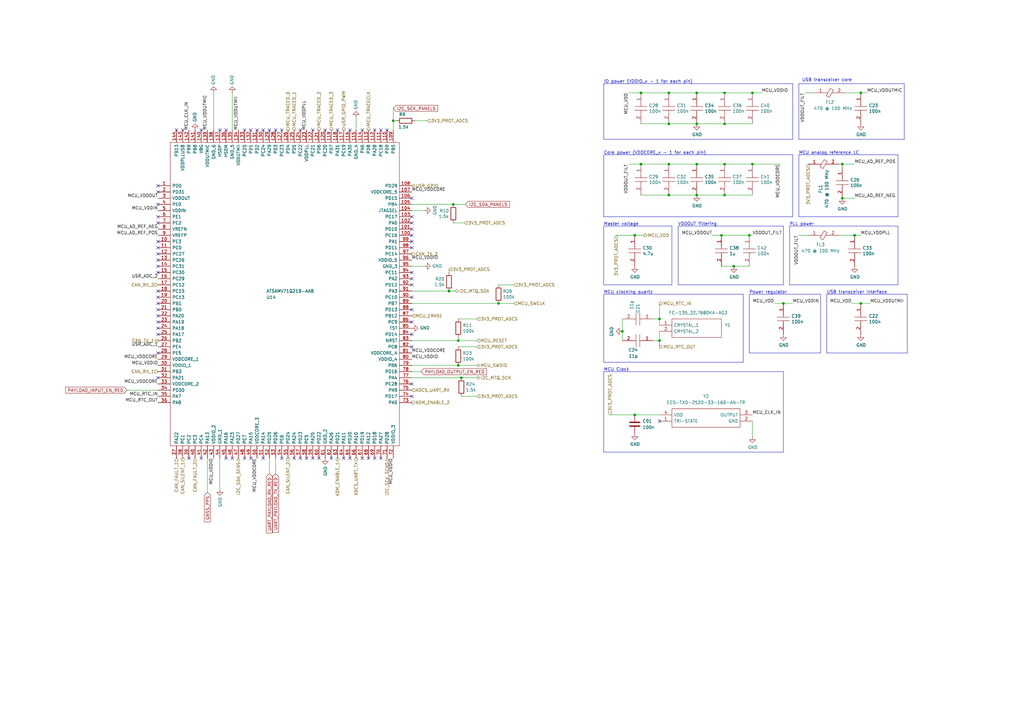
<source format=kicad_sch>
(kicad_sch (version 20230121) (generator eeschema)
  (paper "A3")
  (junction (at 285.75 80.01))
  (junction (at 297.18 67.31))
  (junction (at 353.06 38.1))
  (junction (at 297.18 80.01))
  (junction (at 187.96 149.86))
  (junction (at 270.51 130.81))
  (junction (at 297.18 38.1))
  (junction (at 300.99 109.22))
  (junction (at 295.91 96.52))
  (junction (at 285.75 38.1))
  (junction (at 308.61 38.1))
  (junction (at 345.44 67.31))
  (junction (at 187.96 139.7))
  (junction (at 260.35 170.18))
  (junction (at 274.32 67.31))
  (junction (at 184.15 119.38))
  (junction (at 262.89 67.31))
  (junction (at 350.52 96.52))
  (junction (at 353.06 124.46))
  (junction (at 307.34 96.52))
  (junction (at 345.44 81.28))
  (junction (at 274.32 50.8))
  (junction (at 260.35 96.52))
  (junction (at 255.27 135.89))
  (junction (at 270.51 139.7))
  (junction (at 161.29 49.53))
  (junction (at 262.89 38.1))
  (junction (at 274.32 80.01))
  (junction (at 285.75 50.8))
  (junction (at 189.23 154.94))
  (junction (at 321.31 124.46))
  (junction (at 308.61 67.31))
  (junction (at 185.928 83.82))
  (junction (at 204.47 124.46))
  (junction (at 274.32 38.1))
  (junction (at 297.18 50.8))
  (junction (at 285.75 67.31))
  (no_connect (at 168.91 91.44))
  (no_connect (at 64.77 101.6))
  (no_connect (at 64.77 127))
  (no_connect (at 64.77 132.08))
  (no_connect (at 64.77 76.2))
  (no_connect (at 64.77 124.46))
  (no_connect (at 64.77 119.38))
  (no_connect (at 115.57 53.34))
  (no_connect (at 64.77 109.22))
  (no_connect (at 128.27 53.34))
  (no_connect (at 107.95 53.34))
  (no_connect (at 113.03 53.34))
  (no_connect (at 64.77 154.94))
  (no_connect (at 270.51 172.72))
  (no_connect (at 120.65 187.96))
  (no_connect (at 125.73 187.96))
  (no_connect (at 64.77 106.68))
  (no_connect (at 64.77 137.16))
  (no_connect (at 64.77 88.9))
  (no_connect (at 64.77 91.44))
  (no_connect (at 64.77 78.74))
  (no_connect (at 64.77 83.82))
  (no_connect (at 64.77 134.62))
  (no_connect (at 158.75 53.34))
  (no_connect (at 156.21 53.34))
  (no_connect (at 153.67 53.34))
  (no_connect (at 148.59 53.34))
  (no_connect (at 123.19 53.34))
  (no_connect (at 143.51 53.34))
  (no_connect (at 138.43 53.34))
  (no_connect (at 133.35 53.34))
  (no_connect (at 64.77 111.76))
  (no_connect (at 92.71 53.34))
  (no_connect (at 110.49 53.34))
  (no_connect (at 105.41 53.34))
  (no_connect (at 100.33 53.34))
  (no_connect (at 90.17 53.34))
  (no_connect (at 82.55 53.34))
  (no_connect (at 74.93 53.34))
  (no_connect (at 72.39 53.34))
  (no_connect (at 64.77 144.78))
  (no_connect (at 168.91 96.52))
  (no_connect (at 143.51 187.96))
  (no_connect (at 151.13 187.96))
  (no_connect (at 128.27 187.96))
  (no_connect (at 64.77 129.54))
  (no_connect (at 168.91 162.56))
  (no_connect (at 168.91 157.48))
  (no_connect (at 92.71 187.96))
  (no_connect (at 168.91 137.16))
  (no_connect (at 168.91 116.84))
  (no_connect (at 168.91 114.3))
  (no_connect (at 168.91 111.76))
  (no_connect (at 168.91 93.98))
  (no_connect (at 102.87 53.34))
  (no_connect (at 168.91 99.06))
  (no_connect (at 168.91 132.08))
  (no_connect (at 168.91 127))
  (no_connect (at 168.91 121.92))
  (no_connect (at 168.91 88.9))
  (no_connect (at 168.91 81.28))
  (no_connect (at 77.47 187.96))
  (no_connect (at 153.67 187.96))
  (no_connect (at 168.91 101.6))
  (no_connect (at 82.55 187.96))
  (no_connect (at 123.19 187.96))
  (no_connect (at 140.97 187.96))
  (no_connect (at 148.59 187.96))
  (no_connect (at 156.21 187.96))
  (no_connect (at 168.91 142.24))
  (no_connect (at 95.25 187.96))
  (no_connect (at 100.33 187.96))
  (no_connect (at 102.87 187.96))
  (no_connect (at 107.95 187.96))
  (no_connect (at 115.57 187.96))
  (no_connect (at 135.89 187.96))
  (no_connect (at 64.77 99.06))
  (no_connect (at 64.77 121.92))
  (no_connect (at 130.81 187.96))
  (no_connect (at 64.77 104.14))
  (wire (pts (xy 295.91 109.22) (xy 300.99 109.22)))
  (wire (pts (xy 350.52 96.52) (xy 353.06 96.52)))
  (wire (pts (xy 308.61 172.72) (xy 308.61 179.07)))
  (wire (pts (xy 87.63 38.1) (xy 87.63 53.34)))
  (polyline (pts (xy 372.11 120.65) (xy 372.11 144.78)))
  (wire (pts (xy 110.49 194.31) (xy 110.49 187.96)))
  (wire (pts (xy 185.928 83.82) (xy 168.91 83.82)))
  (polyline (pts (xy 247.65 57.15) (xy 325.12 57.15)))
  (wire (pts (xy 187.96 138.43) (xy 187.96 139.7)))
  (polyline (pts (xy 327.66 88.9) (xy 368.3 88.9)))
  (wire (pts (xy 285.75 80.01) (xy 274.32 80.01)))
  (wire (pts (xy 345.44 67.31) (xy 345.44 68.58)))
  (wire (pts (xy 353.06 38.1) (xy 355.6 38.1)))
  (wire (pts (xy 162.56 49.53) (xy 161.29 49.53)))
  (wire (pts (xy 252.73 96.52) (xy 260.35 96.52)))
  (polyline (pts (xy 247.65 185.42) (xy 321.31 185.42)))
  (polyline (pts (xy 307.34 144.78) (xy 336.55 144.78)))
  (wire (pts (xy 170.18 49.53) (xy 175.26 49.53)))
  (wire (pts (xy 187.96 130.81) (xy 195.58 130.81)))
  (polyline (pts (xy 323.85 92.71) (xy 368.3 92.71)))
  (polyline (pts (xy 339.09 120.65) (xy 372.11 120.65)))
  (polyline (pts (xy 327.66 63.5) (xy 368.3 63.5)))
  (polyline (pts (xy 307.34 120.65) (xy 336.55 120.65)))
  (wire (pts (xy 345.44 81.28) (xy 350.52 81.28)))
  (polyline (pts (xy 327.66 34.29) (xy 327.66 57.15)))
  (wire (pts (xy 262.89 38.1) (xy 274.32 38.1)))
  (wire (pts (xy 168.91 109.22) (xy 173.99 109.22)))
  (wire (pts (xy 161.29 49.53) (xy 161.29 53.34)))
  (wire (pts (xy 260.35 96.52) (xy 264.16 96.52)))
  (wire (pts (xy 260.35 170.18) (xy 270.51 170.18)))
  (wire (pts (xy 195.58 139.7) (xy 187.96 139.7)))
  (wire (pts (xy 295.91 96.52) (xy 307.34 96.52)))
  (wire (pts (xy 346.71 38.1) (xy 353.06 38.1)))
  (polyline (pts (xy 323.85 92.71) (xy 323.85 116.84)))
  (wire (pts (xy 168.91 149.86) (xy 187.96 149.86)))
  (polyline (pts (xy 370.84 57.15) (xy 327.66 57.15)))
  (polyline (pts (xy 325.12 34.29) (xy 325.12 57.15)))
  (polyline (pts (xy 278.13 92.71) (xy 278.13 116.84)))
  (polyline (pts (xy 321.31 116.84) (xy 278.13 116.84)))
  (wire (pts (xy 292.1 96.52) (xy 295.91 96.52)))
  (polyline (pts (xy 321.31 92.71) (xy 321.31 116.84)))
  (polyline (pts (xy 247.65 34.29) (xy 247.65 57.15)))
  (wire (pts (xy 90.17 187.96) (xy 90.17 200.66)))
  (wire (pts (xy 297.18 50.8) (xy 308.61 50.8)))
  (wire (pts (xy 255.27 130.81) (xy 255.27 135.89)))
  (polyline (pts (xy 368.3 92.71) (xy 368.3 116.84)))
  (wire (pts (xy 274.32 50.8) (xy 262.89 50.8)))
  (wire (pts (xy 308.61 38.1) (xy 312.42 38.1)))
  (wire (pts (xy 300.99 109.22) (xy 307.34 109.22)))
  (wire (pts (xy 85.09 201.93) (xy 85.09 187.96)))
  (wire (pts (xy 270.51 139.7) (xy 267.97 139.7)))
  (wire (pts (xy 353.06 124.46) (xy 356.87 124.46)))
  (wire (pts (xy 274.32 38.1) (xy 285.75 38.1)))
  (polyline (pts (xy 327.66 63.5) (xy 327.66 88.9)))
  (polyline (pts (xy 275.59 92.71) (xy 275.59 116.84)))
  (polyline (pts (xy 327.66 34.29) (xy 370.84 34.29)))
  (wire (pts (xy 189.23 154.94) (xy 195.58 154.94)))
  (wire (pts (xy 168.91 119.38) (xy 184.15 119.38)))
  (polyline (pts (xy 247.65 152.4) (xy 247.65 185.42)))
  (wire (pts (xy 187.96 149.86) (xy 195.58 149.86)))
  (wire (pts (xy 113.03 194.31) (xy 113.03 187.96)))
  (wire (pts (xy 297.18 38.1) (xy 308.61 38.1)))
  (wire (pts (xy 285.75 50.8) (xy 274.32 50.8)))
  (wire (pts (xy 267.97 130.81) (xy 270.51 130.81)))
  (polyline (pts (xy 336.55 120.65) (xy 336.55 144.78)))
  (wire (pts (xy 168.91 86.36) (xy 173.99 86.36)))
  (wire (pts (xy 52.07 160.02) (xy 64.77 160.02)))
  (wire (pts (xy 285.75 50.8) (xy 297.18 50.8)))
  (polyline (pts (xy 339.09 120.65) (xy 339.09 144.78)))
  (wire (pts (xy 270.51 124.46) (xy 270.51 130.81)))
  (wire (pts (xy 344.17 96.52) (xy 350.52 96.52)))
  (wire (pts (xy 334.01 38.1) (xy 330.2 38.1)))
  (polyline (pts (xy 304.8 148.59) (xy 304.8 120.65)))
  (wire (pts (xy 270.51 139.7) (xy 270.51 142.24)))
  (polyline (pts (xy 247.65 120.65) (xy 304.8 120.65)))
  (wire (pts (xy 210.82 116.84) (xy 204.47 116.84)))
  (wire (pts (xy 307.34 96.52) (xy 308.61 96.52)))
  (polyline (pts (xy 247.65 34.29) (xy 325.12 34.29)))
  (wire (pts (xy 327.66 96.52) (xy 331.47 96.52)))
  (wire (pts (xy 270.51 130.81) (xy 270.51 133.35)))
  (wire (pts (xy 168.91 154.94) (xy 189.23 154.94)))
  (wire (pts (xy 184.15 119.38) (xy 186.69 119.38)))
  (wire (pts (xy 190.881 83.82) (xy 185.928 83.82)))
  (wire (pts (xy 255.27 135.89) (xy 255.27 139.7)))
  (polyline (pts (xy 339.09 144.78) (xy 372.11 144.78)))
  (wire (pts (xy 195.58 142.24) (xy 187.96 142.24)))
  (wire (pts (xy 95.25 53.34) (xy 95.25 38.1)))
  (wire (pts (xy 344.17 67.31) (xy 345.44 67.31)))
  (polyline (pts (xy 247.65 88.9) (xy 325.12 88.9)))
  (wire (pts (xy 270.51 135.89) (xy 270.51 139.7)))
  (wire (pts (xy 285.75 67.31) (xy 297.18 67.31)))
  (wire (pts (xy 204.47 124.46) (xy 210.82 124.46)))
  (wire (pts (xy 285.75 38.1) (xy 297.18 38.1)))
  (polyline (pts (xy 247.65 148.59) (xy 304.8 148.59)))
  (wire (pts (xy 317.5 124.46) (xy 321.31 124.46)))
  (wire (pts (xy 321.31 124.46) (xy 325.12 124.46)))
  (wire (pts (xy 262.89 38.1) (xy 257.81 38.1)))
  (wire (pts (xy 146.05 48.26) (xy 146.05 53.34)))
  (polyline (pts (xy 247.65 63.5) (xy 247.65 88.9)))
  (wire (pts (xy 195.58 162.56) (xy 189.23 162.56)))
  (polyline (pts (xy 275.59 92.71) (xy 247.65 92.71)))
  (polyline (pts (xy 325.12 63.5) (xy 325.12 88.9)))
  (polyline (pts (xy 247.65 63.5) (xy 325.12 63.5)))
  (wire (pts (xy 285.75 80.01) (xy 297.18 80.01)))
  (polyline (pts (xy 247.65 148.59) (xy 247.65 120.65)))
  (wire (pts (xy 257.81 67.31) (xy 262.89 67.31)))
  (wire (pts (xy 172.72 152.4) (xy 168.91 152.4)))
  (wire (pts (xy 274.32 80.01) (xy 262.89 80.01)))
  (wire (pts (xy 168.91 139.7) (xy 187.96 139.7)))
  (polyline (pts (xy 247.65 152.4) (xy 321.31 152.4)))
  (polyline (pts (xy 368.3 63.5) (xy 368.3 88.9)))
  (wire (pts (xy 308.61 67.31) (xy 320.04 67.31)))
  (polyline (pts (xy 278.13 92.71) (xy 321.31 92.71)))
  (polyline (pts (xy 307.34 120.65) (xy 307.34 144.78)))
  (wire (pts (xy 262.89 67.31) (xy 274.32 67.31)))
  (polyline (pts (xy 321.31 152.4) (xy 321.31 185.42)))
  (polyline (pts (xy 247.65 92.71) (xy 247.65 116.84)))
  (polyline (pts (xy 247.65 116.84) (xy 275.59 116.84)))
  (wire (pts (xy 297.18 80.01) (xy 308.61 80.01)))
  (polyline (pts (xy 323.85 116.84) (xy 368.3 116.84)))
  (wire (pts (xy 350.52 67.31) (xy 345.44 67.31)))
  (polyline (pts (xy 370.84 34.29) (xy 370.84 57.15)))
  (wire (pts (xy 168.91 124.46) (xy 204.47 124.46)))
  (wire (pts (xy 184.15 110.49) (xy 184.15 111.76)))
  (wire (pts (xy 349.25 124.46) (xy 353.06 124.46)))
  (wire (pts (xy 250.19 170.18) (xy 260.35 170.18)))
  (wire (pts (xy 161.29 44.45) (xy 161.29 49.53)))
  (wire (pts (xy 274.32 67.31) (xy 285.75 67.31)))
  (wire (pts (xy 190.5 91.44) (xy 185.928 91.44)))
  (wire (pts (xy 297.18 67.31) (xy 308.61 67.31)))
  (text "Master voltage" (at 247.65 92.71 0) (effects (font (size 1.27 1.27)) (justify left bottom)))
  (text "USB transceiver interface" (at 339.09 120.65 0) (effects (font (size 1.27 1.27)) (justify left bottom)))
  (text "MCU Clock" (at 247.65 152.4 0) (effects (font (size 1.27 1.27)) (justify left bottom)))
  (text "MCU analog reference LC" (at 327.66 63.5 0) (effects (font (size 1.27 1.27)) (justify left bottom)))
  (text "MCU clocking quartz" (at 247.65 120.65 0) (effects (font (size 1.27 1.27)) (justify left bottom)))
  (text "Power regulator" (at 307.34 120.65 0) (effects (font (size 1.27 1.27)) (justify left bottom)))
  (text "Core power (VDDCORE_x - 1 for each pin)" (at 247.65 63.5 0) (effects (font (size 1.27 1.27)) (justify left bottom)))
  (text "PLL power" (at 323.85 92.71 0) (effects (font (size 1.27 1.27)) (justify left bottom)))
  (text "VDDOUT filtering" (at 278.13 92.71 0) (effects (font (size 1.27 1.27)) (justify left bottom)))
  (text "IO power (VDDIO_x - 1 for each pin)" (at 247.65 34.29 0) (effects (font (size 1.27 1.27)) (justify left bottom)))
  (text "USB transceiver core" (at 328.93 33.655 0) (effects (font (size 1.27 1.27)) (justify left bottom)))
  (label "VDDOUT_FILT" (at 327.66 96.52 270))
  (label "MCU_VDD" (at 317.5 124.46 180))
  (label "VDDOUT_FILT" (at 308.61 96.52 0))
  (label "MCU_VDDCORE" (at 105.41 187.96 270))
  (label "MCU_VDDCORE" (at 168.91 78.74 0))
  (label "MCU_VDDIO" (at 168.91 106.68 0))
  (label "MCU_VDDOUT" (at 64.77 81.28 180))
  (label "MCU_AD_REF_NEG" (at 350.52 81.28 0))
  (label "MCU_VDDIO" (at 312.42 38.1 0))
  (label "MCU_VDDOUT" (at 292.1 96.52 180))
  (label "MCU_VDDPLL" (at 125.73 53.34 90))
  (label "MCU_CLK_IN" (at 308.61 170.18 0))
  (label "MCU_VDDCORE" (at 320.04 67.31 270))
  (label "MCU_VDDIO" (at 64.77 149.86 180))
  (label "MCU_VDDUTMII" (at 356.87 124.46 0))
  (label "MCU_VDDIO" (at 168.91 147.32 0))
  (label "MCU_RTC_IN" (at 64.77 162.56 180))
  (label "MCU_AD_REF_POS" (at 64.77 96.52 180))
  (label "MCU_VDDUTMIC" (at 85.09 53.34 90))
  (label "MCU_VDDUTMIC" (at 355.6 38.1 0))
  (label "MCU_CLK_IN" (at 77.47 53.34 90))
  (label "MCU_VDDCORE" (at 168.91 144.78 0))
  (label "MCU_VDDUTMII" (at 97.79 53.34 90))
  (label "USR_ADC_2" (at 64.77 114.3 180))
  (label "MCU_VDDIO" (at 161.29 187.96 270))
  (label "VDDOUT_FILT" (at 257.81 67.31 270))
  (label "USR_ADC_1" (at 64.77 142.24 180))
  (label "MCU_VDDIN" (at 64.77 86.36 180))
  (label "MCU_VDD" (at 257.81 38.1 270))
  (label "MCU_VDDCORE" (at 64.77 157.48 180))
  (label "MCU_VDDIO" (at 87.63 187.96 270))
  (label "MCU_VDDIN" (at 325.12 124.46 0))
  (label "MCU_VDDPLL" (at 353.06 96.52 0))
  (label "VDDOUT_FILT" (at 330.2 38.1 270))
  (label "MCU_RTC_OUT" (at 64.77 165.1 180))
  (label "MCU_VDD" (at 349.25 124.46 180))
  (label "MCU_AD_REF_POS" (at 350.52 67.31 0))
  (label "MCU_AD_REF_NEG" (at 64.77 93.98 180))
  (label "MCU_VDDCORE" (at 64.77 147.32 180))
  (global_label "GNSS_PPS" (shape input) (at 85.09 201.93 270) (property "Intersheetrefs" "${INTERSHEET_REFS}" (effects hide)))
  (global_label "I2C_SCK_PANELS" (shape input) (at 161.29 44.45 0) (property "Intersheetrefs" "${INTERSHEET_REFS}" (effects hide)))
  (global_label "PAYLOAD_OUTPUT_EN_RED" (shape input) (at 172.72 152.4 0) (property "Intersheetrefs" "${INTERSHEET_REFS}" (effects hide)))
  (global_label "UART_PAYLOAD_RX_RED" (shape input) (at 110.49 194.31 270) (property "Intersheetrefs" "${INTERSHEET_REFS}" (effects hide)))
  (global_label "I2C_SDA_PANELS" (shape input) (at 190.881 83.82 0) (property "Intersheetrefs" "${INTERSHEET_REFS}" (effects hide)))
  (global_label "UART_PAYLOAD_TX_RED" (shape input) (at 113.03 194.31 270) (property "Intersheetrefs" "${INTERSHEET_REFS}" (effects hide)))
  (global_label "PAYLOAD_INPUT_EN_RED" (shape input) (at 52.07 160.02 180) (property "Intersheetrefs" "${INTERSHEET_REFS}" (effects hide)))
  (hierarchical_label "MCU_TRACED_0" (shape output) (at 118.11 53.34 90))
  (hierarchical_label "CAN_FAULT_2" (shape input) (at 80.01 187.96 270))
  (hierarchical_label "3V3_PROT_ADCS" (shape input) (at 252.73 96.52 270))
  (hierarchical_label "MCU_RTC_OUT" (shape output) (at 270.51 142.24 0))
  (hierarchical_label "MCU_TRACECLK" (shape output) (at 151.13 53.34 90))
  (hierarchical_label "I2C_MTQ_SDA" (shape bidirectional) (at 186.69 119.38 0))
  (hierarchical_label "USR_GPIO_PWM" (shape output) (at 140.97 53.34 90))
  (hierarchical_label "ADCS_UART_RX" (shape input) (at 168.91 160.02 0))
  (hierarchical_label "CAN_RX_2" (shape input) (at 64.77 116.84 180))
  (hierarchical_label "3V3_PROT_ADCS" (shape input) (at 331.47 67.31 270))
  (hierarchical_label "3V3_PROT_ADCS" (shape input) (at 195.58 162.56 0))
  (hierarchical_label "CAN_FAULT_1" (shape input) (at 72.39 187.96 270))
  (hierarchical_label "ADM_ENABLE_1" (shape output) (at 138.43 187.96 270))
  (hierarchical_label "3V3_PROT_ADCS" (shape input) (at 175.26 49.53 0))
  (hierarchical_label "ADCS_UART_TX" (shape output) (at 146.05 187.96 270))
  (hierarchical_label "3V3_PROT_ADCS" (shape input) (at 190.5 91.44 0))
  (hierarchical_label "MCU_TRACED_3" (shape output) (at 135.89 53.34 90))
  (hierarchical_label "MCU_ERASE" (shape input) (at 168.91 129.54 0))
  (hierarchical_label "CAN_SILENT_2" (shape output) (at 118.11 187.96 270))
  (hierarchical_label "MCU_RTC_IN" (shape output) (at 270.51 124.46 0))
  (hierarchical_label "ADM_ENABLE_2" (shape output) (at 168.91 165.1 0))
  (hierarchical_label "CAN_SILENT_1" (shape output) (at 74.93 187.96 270))
  (hierarchical_label "MCU_SWCLK" (shape input) (at 210.82 124.46 0))
  (hierarchical_label "3V3_PROT_ADCS" (shape input) (at 195.58 130.81 0))
  (hierarchical_label "MCU_VDD" (shape output) (at 264.16 96.52 0))
  (hierarchical_label "CAN_RX_1" (shape input) (at 64.77 152.4 180))
  (hierarchical_label "3V3_PROT_ADCS" (shape input) (at 184.15 110.49 0))
  (hierarchical_label "3V3_PROT_ADCS" (shape input) (at 210.82 116.84 0))
  (hierarchical_label "I2C_SCK_SENS" (shape bidirectional) (at 158.75 187.96 270))
  (hierarchical_label "3V3_PROT_ADCS" (shape input) (at 250.19 170.18 90))
  (hierarchical_label "I2C_MTQ_SCK" (shape bidirectional) (at 195.58 154.94 0))
  (hierarchical_label "MCU_TRACED_2" (shape output) (at 130.81 53.34 90))
  (hierarchical_label "CAN_TX_2" (shape output) (at 168.91 104.14 0))
  (hierarchical_label "MCU_SWDIO" (shape bidirectional) (at 195.58 149.86 0))
  (hierarchical_label "MCU_TRACED_1" (shape output) (at 120.65 53.34 90))
  (hierarchical_label "CAN_TX_1" (shape output) (at 64.77 139.7 180))
  (hierarchical_label "MCU_RESET" (shape input) (at 195.58 139.7 0))
  (hierarchical_label "3V3_PROT_ADCS" (shape input) (at 195.58 142.24 0))
  (hierarchical_label "USR_GPIO" (shape bidirectional) (at 168.91 76.2 0))
  (hierarchical_label "I2C_SDA_SENS" (shape bidirectional) (at 97.79 187.96 270))
  (symbol (lib_id "OBC_PASSIVE:GCM155R71H104KE02J") (at 297.18 38.1 270) (unit 1)
    (property "Reference" "C36" (at 300.4312 43.2816 90) (effects (justify left)))
    (property "Value" "100n" (at 300.4312 45.593 90) (effects (justify left)))
    (property "Footprint" "Capacitor_SMD:C_0402_1005Metric" (effects hide))
    (property "Datasheet" "https://psearch.en.murata.com/capacitor/product/GCM155R71H104KE02%23.html" (effects hide))
    (property "Description" "Capacitor GCM15 L=1.0mm W=0.5mm T=0.5mm" (effects hide))
    (property "Height" "0.55" (effects hide))
    (property "Mouser Part Number" "81-GCM155R71H104KE2J" (effects hide))
    (property "Mouser Price/Stock" "https://www.mouser.co.uk/ProductDetail/Murata-Electronics/GCM155R71H104KE02J?qs=hNud%2FORuBR1wlwGPFWBVDg%3D%3D" (effects hide))
    (property "Manufacturer_Name" "Murata Electronics" (effects hide))
    (property "Manufacturer_Part_Number" "GCM155R71H104KE02J" (effects hide))
  )
  (symbol (lib_id "Device:R") (at 184.15 115.57 0) (mirror y) (unit 1)
    (property "Reference" "R20" (at 182.372 114.4016 0) (effects (justify left)))
    (property "Value" "1.5k" (at 182.372 116.713 0) (effects (justify left)))
    (property "Footprint" "Resistor_SMD:R_0402_1005Metric" (effects hide))
  )
  (symbol (lib_id "MISC:BLM18PG471SH1D") (at 334.01 38.1 0) (unit 1)
    (property "Reference" "FL2" (at 340.36 41.91 0))
    (property "Value" "470 @ 100 MHz" (at 341.63 44.45 0))
    (property "Footprint" "MISC:BLM18PG471SH1D" (effects hide))
    (property "Datasheet" "https://www.murata.com/en-us/products/productdetail?partno=BLM18PG471SH1%23" (effects hide))
    (property "Description" "Murata Power Solutions Ferrite Bead (Chip Bead), 1.6 x 0.8 x 0.8mm (1608), 470 impedance at 100 MHz" (effects hide))
    (property "Height" "0.95" (effects hide))
    (property "Manufacturer_Name" "Murata Electronics" (effects hide))
    (property "Manufacturer_Part_Number" "BLM18PG471SH1D" (effects hide))
    (property "Arrow Part Number" "BLM18PG471SH1D" (effects hide))
    (property "Arrow Price/Stock" "https://www.arrow.com/en/products/blm18pg471sh1d/murata-manufacturing" (effects hide))
    (property "Mouser Part Number" "81-BLM18PG471SH1D" (effects hide))
    (property "Mouser Price/Stock" "https://www.mouser.co.uk/ProductDetail/Murata-Electronics/BLM18PG471SH1D?qs=uSeJpk%2F8In16ipYp%2FGDzCQ%3D%3D" (effects hide))
  )
  (symbol (lib_id "OBC_PASSIVE:GCM155R71H104KE02J") (at 308.61 38.1 270) (unit 1)
    (property "Reference" "C40" (at 311.8612 43.2816 90) (effects (justify left)))
    (property "Value" "100n" (at 311.8612 45.593 90) (effects (justify left)))
    (property "Footprint" "Capacitor_SMD:C_0402_1005Metric" (effects hide))
    (property "Datasheet" "https://psearch.en.murata.com/capacitor/product/GCM155R71H104KE02%23.html" (effects hide))
    (property "Description" "Capacitor GCM15 L=1.0mm W=0.5mm T=0.5mm" (effects hide))
    (property "Height" "0.55" (effects hide))
    (property "Mouser Part Number" "81-GCM155R71H104KE2J" (effects hide))
    (property "Mouser Price/Stock" "https://www.mouser.co.uk/ProductDetail/Murata-Electronics/GCM155R71H104KE02J?qs=hNud%2FORuBR1wlwGPFWBVDg%3D%3D" (effects hide))
    (property "Manufacturer_Name" "Murata Electronics" (effects hide))
    (property "Manufacturer_Part_Number" "GCM155R71H104KE02J" (effects hide))
  )
  (symbol (lib_id "power:GND") (at 285.75 80.01 0) (unit 1)
    (property "Reference" "#PWR0158" (effects hide))
    (property "Value" "GND" (at 285.877 84.4042 0))
  )
  (symbol (lib_id "MISC:BLM18PG471SH1D") (at 331.47 96.52 0) (unit 1)
    (property "Reference" "FL3" (at 336.55 100.33 0))
    (property "Value" "470 @ 100 MHz" (at 336.55 102.87 0))
    (property "Footprint" "MISC:BLM18PG471SH1D" (effects hide))
    (property "Datasheet" "https://www.murata.com/en-us/products/productdetail?partno=BLM18PG471SH1%23" (effects hide))
    (property "Description" "Murata Power Solutions Ferrite Bead (Chip Bead), 1.6 x 0.8 x 0.8mm (1608), 470 impedance at 100 MHz" (effects hide))
    (property "Height" "0.95" (effects hide))
    (property "Manufacturer_Name" "Murata Electronics" (effects hide))
    (property "Manufacturer_Part_Number" "BLM18PG471SH1D" (effects hide))
    (property "Arrow Part Number" "BLM18PG471SH1D" (effects hide))
    (property "Arrow Price/Stock" "https://www.arrow.com/en/products/blm18pg471sh1d/murata-manufacturing" (effects hide))
    (property "Mouser Part Number" "81-BLM18PG471SH1D" (effects hide))
    (property "Mouser Price/Stock" "https://www.mouser.co.uk/ProductDetail/Murata-Electronics/BLM18PG471SH1D?qs=uSeJpk%2F8In16ipYp%2FGDzCQ%3D%3D" (effects hide))
  )
  (symbol (lib_id "OBC_PASSIVE:GCM155R71H104KE02J") (at 285.75 67.31 270) (unit 1)
    (property "Reference" "C35" (at 289.0012 72.4916 90) (effects (justify left)))
    (property "Value" "100n" (at 289.0012 74.803 90) (effects (justify left)))
    (property "Footprint" "Capacitor_SMD:C_0402_1005Metric" (effects hide))
    (property "Datasheet" "https://psearch.en.murata.com/capacitor/product/GCM155R71H104KE02%23.html" (effects hide))
    (property "Description" "Capacitor GCM15 L=1.0mm W=0.5mm T=0.5mm" (effects hide))
    (property "Height" "0.55" (effects hide))
    (property "Mouser Part Number" "81-GCM155R71H104KE2J" (effects hide))
    (property "Mouser Price/Stock" "https://www.mouser.co.uk/ProductDetail/Murata-Electronics/GCM155R71H104KE02J?qs=hNud%2FORuBR1wlwGPFWBVDg%3D%3D" (effects hide))
    (property "Manufacturer_Name" "Murata Electronics" (effects hide))
    (property "Manufacturer_Part_Number" "GCM155R71H104KE02J" (effects hide))
  )
  (symbol (lib_id "OBC_PASSIVE:GCM155R71H104KE02J") (at 321.31 124.46 270) (unit 1)
    (property "Reference" "C39" (at 324.5612 129.6416 90) (effects (justify left)))
    (property "Value" "100n" (at 324.5612 131.953 90) (effects (justify left)))
    (property "Footprint" "Capacitor_SMD:C_0402_1005Metric" (effects hide))
    (property "Datasheet" "https://psearch.en.murata.com/capacitor/product/GCM155R71H104KE02%23.html" (effects hide))
    (property "Description" "Capacitor GCM15 L=1.0mm W=0.5mm T=0.5mm" (effects hide))
    (property "Height" "0.55" (effects hide))
    (property "Mouser Part Number" "81-GCM155R71H104KE2J" (effects hide))
    (property "Mouser Price/Stock" "https://www.mouser.co.uk/ProductDetail/Murata-Electronics/GCM155R71H104KE02J?qs=hNud%2FORuBR1wlwGPFWBVDg%3D%3D" (effects hide))
    (property "Manufacturer_Name" "Murata Electronics" (effects hide))
    (property "Manufacturer_Part_Number" "GCM155R71H104KE02J" (effects hide))
  )
  (symbol (lib_id "power:GND") (at 87.63 38.1 180) (unit 1)
    (property "Reference" "#PWR0159" (effects hide))
    (property "Value" "GND" (at 87.503 34.8488 90) (effects (justify right)))
  )
  (symbol (lib_id "power:GND") (at 353.06 50.8 0) (unit 1)
    (property "Reference" "#PWR0157" (effects hide))
    (property "Value" "GND" (at 353.187 55.1942 0))
  )
  (symbol (lib_id "power:GND") (at 260.35 177.8 0) (unit 1)
    (property "Reference" "#PWR0259" (effects hide))
    (property "Value" "GND" (at 260.477 182.1942 0))
  )
  (symbol (lib_id "power:GND") (at 350.52 109.22 0) (unit 1)
    (property "Reference" "#PWR0150" (effects hide))
    (property "Value" "GND" (at 350.647 113.6142 0))
  )
  (symbol (lib_id "power:GND") (at 353.06 137.16 0) (unit 1)
    (property "Reference" "#PWR0151" (effects hide))
    (property "Value" "GND" (at 353.187 141.5542 0))
  )
  (symbol (lib_id "Device:R") (at 189.23 158.75 0) (unit 1)
    (property "Reference" "R24" (at 191.008 157.5816 0) (effects (justify left)))
    (property "Value" "1.5k" (at 191.008 159.893 0) (effects (justify left)))
    (property "Footprint" "Resistor_SMD:R_0402_1005Metric" (effects hide))
  )
  (symbol (lib_id "OBC_PASSIVE:GCM155R71H104KE02J") (at 350.52 96.52 270) (unit 1)
    (property "Reference" "C33" (at 353.7712 101.7016 90) (effects (justify left)))
    (property "Value" "100n" (at 353.7712 104.013 90) (effects (justify left)))
    (property "Footprint" "Capacitor_SMD:C_0402_1005Metric" (effects hide))
    (property "Datasheet" "https://psearch.en.murata.com/capacitor/product/GCM155R71H104KE02%23.html" (effects hide))
    (property "Description" "Capacitor GCM15 L=1.0mm W=0.5mm T=0.5mm" (effects hide))
    (property "Height" "0.55" (effects hide))
    (property "Mouser Part Number" "81-GCM155R71H104KE2J" (effects hide))
    (property "Mouser Price/Stock" "https://www.mouser.co.uk/ProductDetail/Murata-Electronics/GCM155R71H104KE02J?qs=hNud%2FORuBR1wlwGPFWBVDg%3D%3D" (effects hide))
    (property "Manufacturer_Name" "Murata Electronics" (effects hide))
    (property "Manufacturer_Part_Number" "GCM155R71H104KE02J" (effects hide))
  )
  (symbol (lib_id "power:GND") (at 308.61 179.07 0) (unit 1)
    (property "Reference" "#PWR0153" (effects hide))
    (property "Value" "GND" (at 308.737 183.4642 0))
  )
  (symbol (lib_id "OBC_PASSIVE:GCM155R71H104KE02J") (at 353.06 124.46 270) (unit 1)
    (property "Reference" "C22" (at 356.3112 129.6416 90) (effects (justify left)))
    (property "Value" "100n" (at 356.3112 131.953 90) (effects (justify left)))
    (property "Footprint" "Capacitor_SMD:C_0402_1005Metric" (effects hide))
    (property "Datasheet" "https://psearch.en.murata.com/capacitor/product/GCM155R71H104KE02%23.html" (effects hide))
    (property "Description" "Capacitor GCM15 L=1.0mm W=0.5mm T=0.5mm" (effects hide))
    (property "Height" "0.55" (effects hide))
    (property "Mouser Part Number" "81-GCM155R71H104KE2J" (effects hide))
    (property "Mouser Price/Stock" "https://www.mouser.co.uk/ProductDetail/Murata-Electronics/GCM155R71H104KE02J?qs=hNud%2FORuBR1wlwGPFWBVDg%3D%3D" (effects hide))
    (property "Manufacturer_Name" "Murata Electronics" (effects hide))
    (property "Manufacturer_Part_Number" "GCM155R71H104KE02J" (effects hide))
  )
  (symbol (lib_id "Device:R") (at 185.928 87.63 0) (mirror y) (unit 1)
    (property "Reference" "R10" (at 184.15 86.4616 0) (effects (justify left)))
    (property "Value" "1.5k" (at 184.15 88.773 0) (effects (justify left)))
    (property "Footprint" "Resistor_SMD:R_0402_1005Metric" (effects hide))
  )
  (symbol (lib_id "OBC_PASSIVE:GCM155R71H104KE02J") (at 262.89 67.31 270) (unit 1)
    (property "Reference" "C29" (at 266.1412 72.4916 90) (effects (justify left)))
    (property "Value" "100n" (at 266.1412 74.803 90) (effects (justify left)))
    (property "Footprint" "Capacitor_SMD:C_0402_1005Metric" (effects hide))
    (property "Datasheet" "https://psearch.en.murata.com/capacitor/product/GCM155R71H104KE02%23.html" (effects hide))
    (property "Description" "Capacitor GCM15 L=1.0mm W=0.5mm T=0.5mm" (effects hide))
    (property "Height" "0.55" (effects hide))
    (property "Mouser Part Number" "81-GCM155R71H104KE2J" (effects hide))
    (property "Mouser Price/Stock" "https://www.mouser.co.uk/ProductDetail/Murata-Electronics/GCM155R71H104KE02J?qs=hNud%2FORuBR1wlwGPFWBVDg%3D%3D" (effects hide))
    (property "Manufacturer_Name" "Murata Electronics" (effects hide))
    (property "Manufacturer_Part_Number" "GCM155R71H104KE02J" (effects hide))
  )
  (symbol (lib_id "ADCS_IC:ATSAMV71Q21B-AAB") (at 64.77 76.2 0) (unit 1)
    (property "Reference" "U14" (at 109.22 121.92 0) (effects (justify left)))
    (property "Value" "ATSAMV71Q21B-AAB" (at 109.22 119.38 0) (effects (justify left)))
    (property "Footprint" "OBC_IC:ATSAMV71Q21B-AAB" (effects hide))
    (property "Datasheet" "http://ww1.microchip.com/downloads/en/DeviceDoc/Atmel-44003-32-bit-Cortex-M7-Microcontroller-SAM-V71Q-SAM-V71N-SAM-V71J_Datasheet.pdf" (effects hide))
    (property "Description" "ARM Microcontrollers - MCU 2MB FLASH 384KB SRAM LQFP144" (effects hide))
    (property "Height" "1.6" (effects hide))
    (property "Mouser Part Number" "579-ATSAMV71Q21B-AAB" (effects hide))
    (property "Mouser Price/Stock" "https://www.mouser.co.uk/ProductDetail/Microchip-Technology-Atmel/ATSAMV71Q21B-AAB?qs=j%252B1pi9TdxUaaYXmCSj2x3Q%3D%3D" (effects hide))
    (property "Manufacturer_Name" "Microchip" (effects hide))
    (property "Manufacturer_Part_Number" "ATSAMV71Q21B-AAB" (effects hide))
  )
  (symbol (lib_id "OBC_IC:FC-135_32.7680KA-AG3") (at 270.51 133.35 0) (unit 1)
    (property "Reference" "Y1" (at 297.18 133.3499 0) (effects (justify left)))
    (property "Value" "FC-135_32.7680KA-AG3" (at 274.32 128.27 0) (effects (justify left)))
    (property "Footprint" "OBC_IC:FC135327680KAAG3" (effects hide))
    (property "Datasheet" "http://www.mouser.com/ds/2/137/C-135R_en-1109071.pdf" (effects hide))
    (property "Description" "Crystals 32.768KHz 20ppm 7.0pF -40C +85C" (effects hide))
    (property "Height" "0.9" (effects hide))
    (property "Manufacturer_Name" "Epson Timing" (effects hide))
    (property "Manufacturer_Part_Number" "FC-135 32.7680KA-AG3" (effects hide))
    (property "Mouser Part Number" "732-FC135-32.76KAAG3" (effects hide))
    (property "Mouser Price/Stock" "https://www.mouser.co.uk/ProductDetail/Epson-Timing/FC-135-327680KA-AG3?qs=l3LL3yk8ONbdhVAPUR8zug%3D%3D" (effects hide))
    (property "Arrow Part Number" "FC-135 32.7680KA-AG3" (effects hide))
    (property "Arrow Price/Stock" "https://www.arrow.com/en/products/fc-13532.7680ka-ag3/epson-electronics-america?region=nac" (effects hide))
  )
  (symbol (lib_id "OBC_PASSIVE:GRT155R61A475ME13D") (at 260.35 96.52 270) (unit 1)
    (property "Reference" "C30" (at 263.6012 101.7016 90) (effects (justify left)))
    (property "Value" "4.7u" (at 263.6012 104.013 90) (effects (justify left)))
    (property "Footprint" "Capacitor_SMD:C_0603_1608Metric" (effects hide))
    (property "Datasheet" "https://psearch.en.murata.com/capacitor/product/GRT155R61A475ME13%23.html" (effects hide))
    (property "Description" "Capacitor GRT15 L=1.0mm W=0.5mm T=0.5mm" (effects hide))
    (property "Height" "0.55" (effects hide))
    (property "Mouser Part Number" "81-GRT155R61A475ME13" (effects hide))
    (property "Mouser Price/Stock" "https://www.mouser.co.uk/ProductDetail/Murata-Electronics/GRT155R61A475ME13D?qs=rrS6PyfT74cfd%252BwO%2F%2FmDhw%3D%3D" (effects hide))
    (property "Manufacturer_Name" "Murata Electronics" (effects hide))
    (property "Manufacturer_Part_Number" "GRT155R61A475ME13D" (effects hide))
  )
  (symbol (lib_id "OBC_PASSIVE:GCM155R71H104KE02J") (at 274.32 67.31 270) (unit 1)
    (property "Reference" "C32" (at 277.5712 72.4916 90) (effects (justify left)))
    (property "Value" "100n" (at 277.5712 74.803 90) (effects (justify left)))
    (property "Footprint" "Capacitor_SMD:C_0402_1005Metric" (effects hide))
    (property "Datasheet" "https://psearch.en.murata.com/capacitor/product/GCM155R71H104KE02%23.html" (effects hide))
    (property "Description" "Capacitor GCM15 L=1.0mm W=0.5mm T=0.5mm" (effects hide))
    (property "Height" "0.55" (effects hide))
    (property "Mouser Part Number" "81-GCM155R71H104KE2J" (effects hide))
    (property "Mouser Price/Stock" "https://www.mouser.co.uk/ProductDetail/Murata-Electronics/GCM155R71H104KE02J?qs=hNud%2FORuBR1wlwGPFWBVDg%3D%3D" (effects hide))
    (property "Manufacturer_Name" "Murata Electronics" (effects hide))
    (property "Manufacturer_Part_Number" "GCM155R71H104KE02J" (effects hide))
  )
  (symbol (lib_id "power:GND") (at 260.35 109.22 0) (unit 1)
    (property "Reference" "#PWR0149" (effects hide))
    (property "Value" "GND" (at 260.477 113.6142 0))
  )
  (symbol (lib_id "OBC_PASSIVE:GCM155R71H104KE02J") (at 308.61 67.31 270) (unit 1)
    (property "Reference" "C41" (at 311.8612 72.4916 90) (effects (justify left)))
    (property "Value" "100n" (at 311.8612 74.803 90) (effects (justify left)))
    (property "Footprint" "Capacitor_SMD:C_0402_1005Metric" (effects hide))
    (property "Datasheet" "https://psearch.en.murata.com/capacitor/product/GCM155R71H104KE02%23.html" (effects hide))
    (property "Description" "Capacitor GCM15 L=1.0mm W=0.5mm T=0.5mm" (effects hide))
    (property "Height" "0.55" (effects hide))
    (property "Mouser Part Number" "81-GCM155R71H104KE2J" (effects hide))
    (property "Mouser Price/Stock" "https://www.mouser.co.uk/ProductDetail/Murata-Electronics/GCM155R71H104KE02J?qs=hNud%2FORuBR1wlwGPFWBVDg%3D%3D" (effects hide))
    (property "Manufacturer_Name" "Murata Electronics" (effects hide))
    (property "Manufacturer_Part_Number" "GCM155R71H104KE02J" (effects hide))
  )
  (symbol (lib_id "OBC_PASSIVE:GRT155R61E105KE01D") (at 295.91 96.52 270) (unit 1)
    (property "Reference" "C38" (at 299.1612 101.7016 90) (effects (justify left)))
    (property "Value" "1u" (at 299.1612 104.013 90) (effects (justify left)))
    (property "Footprint" "Capacitor_SMD:C_0603_1608Metric" (effects hide))
    (property "Datasheet" "https://componentsearchengine.com/Datasheets/1/GRT155R61E105KE01D.pdf" (effects hide))
    (property "Description" "Capacitor GRT15 L=1.0mm W=0.5mm T=0.5mm" (effects hide))
    (property "Height" "0.55" (effects hide))
    (property "Mouser Part Number" "81-GRT155R61E105KE1D" (effects hide))
    (property "Mouser Price/Stock" "https://www.mouser.com/Search/Refine.aspx?Keyword=81-GRT155R61E105KE1D" (effects hide))
    (property "Manufacturer_Name" "Murata Electronics" (effects hide))
    (property "Manufacturer_Part_Number" "GRT155R61E105KE01D" (effects hide))
  )
  (symbol (lib_id "power:GND") (at 173.99 86.36 90) (unit 1)
    (property "Reference" "#PWR0164" (effects hide))
    (property "Value" "GND" (at 178.3842 86.233 0))
  )
  (symbol (lib_id "Device:R") (at 187.96 134.62 0) (unit 1)
    (property "Reference" "R11" (at 189.738 133.4516 0) (effects (justify left)))
    (property "Value" "100k" (at 189.738 135.763 0) (effects (justify left)))
    (property "Footprint" "Resistor_SMD:R_0402_1005Metric" (effects hide))
  )
  (symbol (lib_id "power:GND") (at 80.01 53.34 180) (unit 1)
    (property "Reference" "#PWR0160" (effects hide))
    (property "Value" "GND" (at 79.883 50.0888 90) (effects (justify right)))
  )
  (symbol (lib_id "power:GND") (at 345.44 81.28 0) (unit 1)
    (property "Reference" "#PWR0156" (effects hide))
    (property "Value" "GND" (at 345.567 85.6742 0))
  )
  (symbol (lib_id "power:GND") (at 300.99 109.22 0) (unit 1)
    (property "Reference" "#PWR0154" (effects hide))
    (property "Value" "GND" (at 301.117 113.6142 0))
  )
  (symbol (lib_id "OBC_PASSIVE:GCM155R71H104KE02J") (at 262.89 38.1 270) (unit 1)
    (property "Reference" "C28" (at 266.1412 43.2816 90) (effects (justify left)))
    (property "Value" "100n" (at 266.1412 45.593 90) (effects (justify left)))
    (property "Footprint" "Capacitor_SMD:C_0402_1005Metric" (effects hide))
    (property "Datasheet" "https://psearch.en.murata.com/capacitor/product/GCM155R71H104KE02%23.html" (effects hide))
    (property "Description" "Capacitor GCM15 L=1.0mm W=0.5mm T=0.5mm" (effects hide))
    (property "Height" "0.55" (effects hide))
    (property "Mouser Part Number" "81-GCM155R71H104KE2J" (effects hide))
    (property "Mouser Price/Stock" "https://www.mouser.co.uk/ProductDetail/Murata-Electronics/GCM155R71H104KE02J?qs=hNud%2FORuBR1wlwGPFWBVDg%3D%3D" (effects hide))
    (property "Manufacturer_Name" "Murata Electronics" (effects hide))
    (property "Manufacturer_Part_Number" "GCM155R71H104KE02J" (effects hide))
  )
  (symbol (lib_id "OBC_PASSIVE:GCM155R71H104KE02J") (at 345.44 68.58 270) (unit 1)
    (property "Reference" "C26" (at 348.6912 73.7616 90) (effects (justify left)))
    (property "Value" "100n" (at 348.6912 76.073 90) (effects (justify left)))
    (property "Footprint" "Capacitor_SMD:C_0402_1005Metric" (effects hide))
    (property "Datasheet" "https://psearch.en.murata.com/capacitor/product/GCM155R71H104KE02%23.html" (effects hide))
    (property "Description" "Capacitor GCM15 L=1.0mm W=0.5mm T=0.5mm" (effects hide))
    (property "Height" "0.55" (effects hide))
    (property "Mouser Part Number" "81-GCM155R71H104KE2J" (effects hide))
    (property "Mouser Price/Stock" "https://www.mouser.co.uk/ProductDetail/Murata-Electronics/GCM155R71H104KE02J?qs=hNud%2FORuBR1wlwGPFWBVDg%3D%3D" (effects hide))
    (property "Manufacturer_Name" "Murata Electronics" (effects hide))
    (property "Manufacturer_Part_Number" "GCM155R71H104KE02J" (effects hide))
  )
  (symbol (lib_id "OBC_PASSIVE:GCM155R71H104KE02J") (at 297.18 67.31 270) (unit 1)
    (property "Reference" "C37" (at 300.4312 72.4916 90) (effects (justify left)))
    (property "Value" "100n" (at 300.4312 74.803 90) (effects (justify left)))
    (property "Footprint" "Capacitor_SMD:C_0402_1005Metric" (effects hide))
    (property "Datasheet" "https://psearch.en.murata.com/capacitor/product/GCM155R71H104KE02%23.html" (effects hide))
    (property "Description" "Capacitor GCM15 L=1.0mm W=0.5mm T=0.5mm" (effects hide))
    (property "Height" "0.55" (effects hide))
    (property "Mouser Part Number" "81-GCM155R71H104KE2J" (effects hide))
    (property "Mouser Price/Stock" "https://www.mouser.co.uk/ProductDetail/Murata-Electronics/GCM155R71H104KE02J?qs=hNud%2FORuBR1wlwGPFWBVDg%3D%3D" (effects hide))
    (property "Manufacturer_Name" "Murata Electronics" (effects hide))
    (property "Manufacturer_Part_Number" "GCM155R71H104KE02J" (effects hide))
  )
  (symbol (lib_id "OBC_IC:ECS-TXO-2520-33-160-AN-TR") (at 270.51 170.18 0) (unit 1)
    (property "Reference" "Y2" (at 289.56 162.56 0))
    (property "Value" "ECS-TXO-2520-33-160-AN-TR" (at 289.56 165.1 0))
    (property "Footprint" "OBC_IC:ECSTXO252033160ANTR" (effects hide))
    (property "Datasheet" "https://ecsxtal.com/store/pdf/ECS-TXO-2520.pdf" (effects hide))
    (property "Description" "Oscillator TCXO 16MHz +/-2ppm (Tol) +/-2.5ppm (Stability) 15pF HCMOS 55% 3.3V 4-Pin Mini-CSMD T/R" (effects hide))
    (property "Height" "1" (effects hide))
    (property "Manufacturer_Name" "ECS" (effects hide))
    (property "Manufacturer_Part_Number" "ECS-TXO-2520-33-160-AN-TR" (effects hide))
    (property "Mouser Part Number" "520-T2520-33-160-ANT" (effects hide))
    (property "Mouser Price/Stock" "https://www.mouser.co.uk/ProductDetail/ECS/ECS-TXO-2520-33-160-AN-TR?qs=KAq9QXcE8HAE1gcf2ozR9w%3D%3D" (effects hide))
    (property "Arrow Part Number" "ECS-TXO-2520-33-160-AN-TR" (effects hide))
    (property "Arrow Price/Stock" "https://www.arrow.com/en/products/ecs-txo-2520-33-160-an-tr/ecs-international" (effects hide))
  )
  (symbol (lib_id "OBC_PASSIVE:GCM155R71H104KE02J") (at 285.75 38.1 270) (unit 1)
    (property "Reference" "C34" (at 289.0012 43.2816 90) (effects (justify left)))
    (property "Value" "100n" (at 289.0012 45.593 90) (effects (justify left)))
    (property "Footprint" "Capacitor_SMD:C_0402_1005Metric" (effects hide))
    (property "Datasheet" "https://psearch.en.murata.com/capacitor/product/GCM155R71H104KE02%23.html" (effects hide))
    (property "Description" "Capacitor GCM15 L=1.0mm W=0.5mm T=0.5mm" (effects hide))
    (property "Height" "0.55" (effects hide))
    (property "Mouser Part Number" "81-GCM155R71H104KE2J" (effects hide))
    (property "Mouser Price/Stock" "https://www.mouser.co.uk/ProductDetail/Murata-Electronics/GCM155R71H104KE02J?qs=hNud%2FORuBR1wlwGPFWBVDg%3D%3D" (effects hide))
    (property "Manufacturer_Name" "Murata Electronics" (effects hide))
    (property "Manufacturer_Part_Number" "GCM155R71H104KE02J" (effects hide))
  )
  (symbol (lib_id "power:GND") (at 146.05 48.26 180) (unit 1)
    (property "Reference" "#PWR0162" (effects hide))
    (property "Value" "GND" (at 145.923 45.0088 90) (effects (justify right)))
  )
  (symbol (lib_id "Device:C") (at 260.35 173.99 180) (unit 1)
    (property "Reference" "C91" (at 263.525 172.7199 0) (effects (justify right)))
    (property "Value" "100n" (at 263.525 175.2599 0) (effects (justify right)))
    (property "Footprint" "Capacitor_SMD:C_0402_1005Metric" (effects hide))
  )
  (symbol (lib_id "power:GND") (at 173.99 109.22 90) (unit 1)
    (property "Reference" "#PWR0165" (effects hide))
    (property "Value" "GND" (at 177.2412 109.093 90) (effects (justify right)))
  )
  (symbol (lib_id "OBC_PASSIVE:GCQ1555C1H110JB01D") (at 267.97 130.81 180) (unit 1)
    (property "Reference" "C21" (at 261.62 124.46 90) (effects (justify left)))
    (property "Value" "11p" (at 259.08 123.19 90) (effects (justify left)))
    (property "Footprint" "Capacitor_SMD:C_0603_1608Metric" (effects hide))
    (property "Datasheet" "https://psearch.en.murata.com/capacitor/product/GCQ1555C1H110JB01%23.html" (effects hide))
    (property "Description" "Capacitor GCQ15_0.05 L=1.0mm W=0.5mm T=0.5mm" (effects hide))
    (property "Height" "0.55" (effects hide))
    (property "Manufacturer_Name" "Murata Electronics" (effects hide))
    (property "Manufacturer_Part_Number" "GCQ1555C1H110JB01D" (effects hide))
  )
  (symbol (lib_id "Device:R") (at 187.96 146.05 0) (unit 1)
    (property "Reference" "R23" (at 189.738 144.8816 0) (effects (justify left)))
    (property "Value" "100k" (at 189.738 147.193 0) (effects (justify left)))
    (property "Footprint" "Resistor_SMD:R_0402_1005Metric" (effects hide))
  )
  (symbol (lib_id "OBC_PASSIVE:GCM155R71H104KE02J") (at 307.34 96.52 270) (unit 1)
    (property "Reference" "C42" (at 310.5912 101.7016 90) (effects (justify left)))
    (property "Value" "100n" (at 310.5912 104.013 90) (effects (justify left)))
    (property "Footprint" "Capacitor_SMD:C_0402_1005Metric" (effects hide))
    (property "Datasheet" "https://psearch.en.murata.com/capacitor/product/GCM155R71H104KE02%23.html" (effects hide))
    (property "Description" "Capacitor GCM15 L=1.0mm W=0.5mm T=0.5mm" (effects hide))
    (property "Height" "0.55" (effects hide))
    (property "Mouser Part Number" "81-GCM155R71H104KE2J" (effects hide))
    (property "Mouser Price/Stock" "https://www.mouser.co.uk/ProductDetail/Murata-Electronics/GCM155R71H104KE02J?qs=hNud%2FORuBR1wlwGPFWBVDg%3D%3D" (effects hide))
    (property "Manufacturer_Name" "Murata Electronics" (effects hide))
    (property "Manufacturer_Part_Number" "GCM155R71H104KE02J" (effects hide))
  )
  (symbol (lib_id "power:GND") (at 285.75 50.8 0) (unit 1)
    (property "Reference" "#PWR0148" (effects hide))
    (property "Value" "GND" (at 285.877 55.1942 0))
  )
  (symbol (lib_id "power:GND") (at 255.27 135.89 270) (unit 1)
    (property "Reference" "#PWR0152" (effects hide))
    (property "Value" "GND" (at 250.8758 136.017 0))
  )
  (symbol (lib_id "OBC_PASSIVE:GCQ1555C1H110JB01D") (at 267.97 139.7 180) (unit 1)
    (property "Reference" "C24" (at 261.62 143.51 0) (effects (justify left)))
    (property "Value" "11p" (at 261.62 146.05 0) (effects (justify left)))
    (property "Footprint" "Capacitor_SMD:C_0603_1608Metric" (effects hide))
    (property "Datasheet" "https://psearch.en.murata.com/capacitor/product/GCQ1555C1H110JB01%23.html" (effects hide))
    (property "Description" "Capacitor GCQ15_0.05 L=1.0mm W=0.5mm T=0.5mm" (effects hide))
    (property "Height" "0.55" (effects hide))
    (property "Manufacturer_Name" "Murata Electronics" (effects hide))
    (property "Manufacturer_Part_Number" "GCQ1555C1H110JB01D" (effects hide))
  )
  (symbol (lib_id "OBC_PASSIVE:GCM155R71H104KE02J") (at 274.32 38.1 270) (unit 1)
    (property "Reference" "C31" (at 277.5712 43.2816 90) (effects (justify left)))
    (property "Value" "100n" (at 277.5712 45.593 90) (effects (justify left)))
    (property "Footprint" "Capacitor_SMD:C_0402_1005Metric" (effects hide))
    (property "Datasheet" "https://psearch.en.murata.com/capacitor/product/GCM155R71H104KE02%23.html" (effects hide))
    (property "Description" "Capacitor GCM15 L=1.0mm W=0.5mm T=0.5mm" (effects hide))
    (property "Height" "0.55" (effects hide))
    (property "Mouser Part Number" "81-GCM155R71H104KE2J" (effects hide))
    (property "Mouser Price/Stock" "https://www.mouser.co.uk/ProductDetail/Murata-Electronics/GCM155R71H104KE02J?qs=hNud%2FORuBR1wlwGPFWBVDg%3D%3D" (effects hide))
    (property "Manufacturer_Name" "Murata Electronics" (effects hide))
    (property "Manufacturer_Part_Number" "GCM155R71H104KE02J" (effects hide))
  )
  (symbol (lib_id "power:GND") (at 321.31 137.16 0) (unit 1)
    (property "Reference" "#PWR0155" (effects hide))
    (property "Value" "GND" (at 321.437 141.5542 0))
  )
  (symbol (lib_id "power:GND") (at 90.17 200.66 0) (unit 1)
    (property "Reference" "#PWR0163" (effects hide))
    (property "Value" "GND" (at 90.297 203.9112 90) (effects (justify right)))
  )
  (symbol (lib_id "Device:R") (at 166.37 49.53 90) (mirror x) (unit 1)
    (property "Reference" "R9" (at 166.37 46.99 90) (effects (justify left)))
    (property "Value" "1.5k" (at 167.64 52.07 90) (effects (justify left)))
    (property "Footprint" "Resistor_SMD:R_0402_1005Metric" (effects hide))
  )
  (symbol (lib_id "power:GND") (at 95.25 38.1 180) (unit 1)
    (property "Reference" "#PWR0161" (effects hide))
    (property "Value" "GND" (at 95.123 34.8488 90) (effects (justify right)))
  )
  (symbol (lib_id "power:GND") (at 133.35 187.96 0) (unit 1)
    (property "Reference" "#PWR0167" (effects hide))
    (property "Value" "GND" (at 133.477 191.2112 90) (effects (justify right)))
  )
  (symbol (lib_id "OBC_PASSIVE:GCM155R71H104KE02J") (at 353.06 38.1 270) (unit 1)
    (property "Reference" "C23" (at 356.3112 43.2816 90) (effects (justify left)))
    (property "Value" "100n" (at 356.3112 45.593 90) (effects (justify left)))
    (property "Footprint" "Capacitor_SMD:C_0402_1005Metric" (effects hide))
    (property "Datasheet" "https://psearch.en.murata.com/capacitor/product/GCM155R71H104KE02%23.html" (effects hide))
    (property "Description" "Capacitor GCM15 L=1.0mm W=0.5mm T=0.5mm" (effects hide))
    (property "Height" "0.55" (effects hide))
    (property "Mouser Part Number" "81-GCM155R71H104KE2J" (effects hide))
    (property "Mouser Price/Stock" "https://www.mouser.co.uk/ProductDetail/Murata-Electronics/GCM155R71H104KE02J?qs=hNud%2FORuBR1wlwGPFWBVDg%3D%3D" (effects hide))
    (property "Manufacturer_Name" "Murata Electronics" (effects hide))
    (property "Manufacturer_Part_Number" "GCM155R71H104KE02J" (effects hide))
  )
  (symbol (lib_id "Device:R") (at 204.47 120.65 0) (unit 1)
    (property "Reference" "R26" (at 206.248 119.4816 0) (effects (justify left)))
    (property "Value" "100k" (at 206.248 121.793 0) (effects (justify left)))
    (property "Footprint" "Resistor_SMD:R_0402_1005Metric" (effects hide))
  )
  (symbol (lib_id "power:GND") (at 168.91 134.62 90) (unit 1)
    (property "Reference" "#PWR0166" (effects hide))
    (property "Value" "GND" (at 172.1612 134.493 90) (effects (justify right)))
  )
  (symbol (lib_id "MISC:BLM18PG471SH1D") (at 331.47 67.31 0) (unit 1)
    (property "Reference" "FL1" (at 336.55 77.47 90))
    (property "Value" "470 @ 100 MHz" (at 339.09 77.47 90))
    (property "Footprint" "MISC:BLM18PG471SH1D" (effects hide))
    (property "Datasheet" "https://www.murata.com/en-us/products/productdetail?partno=BLM18PG471SH1%23" (effects hide))
    (property "Description" "Murata Power Solutions Ferrite Bead (Chip Bead), 1.6 x 0.8 x 0.8mm (1608), 470 impedance at 100 MHz" (effects hide))
    (property "Height" "0.95" (effects hide))
    (property "Manufacturer_Name" "Murata Electronics" (effects hide))
    (property "Manufacturer_Part_Number" "BLM18PG471SH1D" (effects hide))
    (property "Arrow Part Number" "BLM18PG471SH1D" (effects hide))
    (property "Arrow Price/Stock" "https://www.arrow.com/en/products/blm18pg471sh1d/murata-manufacturing" (effects hide))
    (property "Mouser Part Number" "81-BLM18PG471SH1D" (effects hide))
    (property "Mouser Price/Stock" "https://www.mouser.co.uk/ProductDetail/Murata-Electronics/BLM18PG471SH1D?qs=uSeJpk%2F8In16ipYp%2FGDzCQ%3D%3D" (effects hide))
  )
)
</source>
